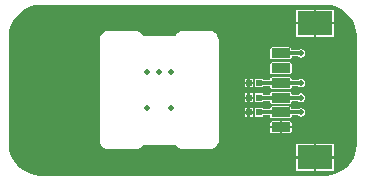
<source format=gbl>
G04*
G04 #@! TF.GenerationSoftware,Altium Limited,Altium Designer,20.0.13 (296)*
G04*
G04 Layer_Physical_Order=4*
G04 Layer_Color=16711680*
%FSLAX25Y25*%
%MOIN*%
G70*
G01*
G75*
%ADD13R,0.01850X0.02047*%
%ADD17C,0.01181*%
%ADD18C,0.19685*%
%ADD19C,0.01968*%
%ADD20R,0.11811X0.08268*%
G04:AMPARAMS|DCode=21|XSize=62.99mil|YSize=31.89mil|CornerRadius=3.19mil|HoleSize=0mil|Usage=FLASHONLY|Rotation=180.000|XOffset=0mil|YOffset=0mil|HoleType=Round|Shape=RoundedRectangle|*
%AMROUNDEDRECTD21*
21,1,0.06299,0.02551,0,0,180.0*
21,1,0.05661,0.03189,0,0,180.0*
1,1,0.00638,-0.02831,0.01276*
1,1,0.00638,0.02831,0.01276*
1,1,0.00638,0.02831,-0.01276*
1,1,0.00638,-0.02831,-0.01276*
%
%ADD21ROUNDEDRECTD21*%
G36*
X108412Y57867D02*
X109781Y57500D01*
X111090Y56958D01*
X112316Y56249D01*
X113440Y55387D01*
X114442Y54385D01*
X115305Y53261D01*
X116013Y52034D01*
X116555Y50726D01*
X116922Y49357D01*
X117107Y47952D01*
Y47244D01*
Y11811D01*
Y11103D01*
X116922Y9698D01*
X116555Y8330D01*
X116013Y7021D01*
X115305Y5794D01*
X114442Y4670D01*
X113440Y3668D01*
X112316Y2806D01*
X111090Y2097D01*
X109781Y1555D01*
X108412Y1188D01*
X107008Y1003D01*
X106299Y1003D01*
X11103D01*
X9698Y1188D01*
X8330Y1555D01*
X7021Y2097D01*
X5794Y2806D01*
X4670Y3668D01*
X3668Y4670D01*
X2806Y5794D01*
X2097Y7021D01*
X1555Y8330D01*
X1188Y9698D01*
X1003Y11103D01*
Y11811D01*
Y47244D01*
Y47952D01*
X1188Y49357D01*
X1555Y50726D01*
X2097Y52034D01*
X2806Y53261D01*
X3668Y54385D01*
X4670Y55387D01*
X5794Y56249D01*
X7021Y56958D01*
X8330Y57500D01*
X9698Y57867D01*
X11103Y58052D01*
X11811Y58052D01*
X107008D01*
X108412Y57867D01*
D02*
G37*
%LPC*%
G36*
X109449Y56340D02*
X103543D01*
Y52206D01*
X109449D01*
Y56340D01*
D02*
G37*
G36*
X102756D02*
X96850D01*
Y52206D01*
X102756D01*
Y56340D01*
D02*
G37*
G36*
X68392Y49233D02*
X68392D01*
D01*
X58860D01*
D01*
X58860D01*
X58476Y49157D01*
X57752Y48857D01*
X57557Y48727D01*
X57426Y48640D01*
X56872Y48085D01*
Y48085D01*
X56872D01*
X56764Y47924D01*
X56655Y47760D01*
Y47760D01*
X56655Y47760D01*
X56618Y47670D01*
X45744D01*
X45707Y47760D01*
X45577Y47955D01*
X45490Y48085D01*
X44936Y48640D01*
X44610Y48857D01*
X43886Y49157D01*
X43502Y49233D01*
X43502D01*
D01*
X33970D01*
D01*
X33970D01*
X33586Y49157D01*
X32862Y48857D01*
X32667Y48727D01*
X32537Y48640D01*
X31982Y48085D01*
Y48085D01*
X31982D01*
X31874Y47924D01*
X31765Y47760D01*
Y47760D01*
X31765Y47760D01*
X31465Y47036D01*
X31389Y46652D01*
Y46260D01*
Y12795D01*
Y12403D01*
X31465Y12019D01*
X31765Y11295D01*
X31873Y11134D01*
X31982Y10970D01*
X32537Y10416D01*
X32537D01*
Y10416D01*
X32698Y10308D01*
X32862Y10198D01*
X32862D01*
X32862Y10198D01*
X33586Y9898D01*
X33970Y9822D01*
X43502D01*
X43886Y9898D01*
X44610Y10198D01*
X44772Y10306D01*
X44936Y10416D01*
X45490Y10970D01*
X45707Y11295D01*
X45745Y11385D01*
X56618D01*
X56655Y11295D01*
X56763Y11134D01*
X56872Y10970D01*
X57426Y10416D01*
X57427D01*
Y10416D01*
X57588Y10308D01*
X57752Y10198D01*
X57752D01*
X57752Y10198D01*
X58476Y9898D01*
X58860Y9822D01*
X68392D01*
X68776Y9898D01*
X69500Y10198D01*
X69662Y10306D01*
X69826Y10416D01*
X70380Y10970D01*
X70597Y11295D01*
X70897Y12019D01*
X70973Y12403D01*
Y12403D01*
D01*
Y12795D01*
Y46260D01*
Y46652D01*
D01*
Y46652D01*
X70897Y47036D01*
X70597Y47760D01*
X70467Y47955D01*
X70380Y48085D01*
X69826Y48640D01*
X69500Y48857D01*
X68776Y49157D01*
X68392Y49233D01*
D02*
G37*
G36*
X109449Y51419D02*
X103543D01*
Y47285D01*
X109449D01*
Y51419D01*
D02*
G37*
G36*
X102756D02*
X96850D01*
Y47285D01*
X102756D01*
Y51419D01*
D02*
G37*
G36*
X94563Y43775D02*
X88902D01*
X88623Y43720D01*
X88388Y43563D01*
X88230Y43327D01*
X88175Y43049D01*
Y40498D01*
X88230Y40220D01*
X88388Y39984D01*
X88623Y39826D01*
X88902Y39771D01*
X94563D01*
X94841Y39826D01*
X95077Y39984D01*
X95234Y40220D01*
X95289Y40498D01*
Y40770D01*
X97447D01*
X97887Y40475D01*
X98425Y40368D01*
X98963Y40475D01*
X99419Y40780D01*
X99723Y41236D01*
X99830Y41773D01*
X99723Y42311D01*
X99419Y42767D01*
X98963Y43071D01*
X98425Y43178D01*
X97887Y43071D01*
X97447Y42777D01*
X95289D01*
Y43049D01*
X95234Y43327D01*
X95077Y43563D01*
X94841Y43720D01*
X94563Y43775D01*
D02*
G37*
G36*
Y38854D02*
X88902D01*
X88623Y38799D01*
X88388Y38641D01*
X88230Y38406D01*
X88175Y38128D01*
Y35576D01*
X88230Y35298D01*
X88388Y35063D01*
X88623Y34905D01*
X88902Y34850D01*
X94563D01*
X94841Y34905D01*
X95077Y35063D01*
X95234Y35298D01*
X95289Y35576D01*
Y38128D01*
X95234Y38406D01*
X95077Y38641D01*
X94841Y38799D01*
X94563Y38854D01*
D02*
G37*
G36*
Y33933D02*
X88902D01*
X88623Y33878D01*
X88388Y33720D01*
X88230Y33484D01*
X88175Y33206D01*
Y32934D01*
X85689D01*
Y33348D01*
X83051D01*
Y30513D01*
X85689D01*
Y30927D01*
X88175D01*
Y30655D01*
X88230Y30377D01*
X88388Y30141D01*
X88623Y29984D01*
X88902Y29929D01*
X94563D01*
X94841Y29984D01*
X95077Y30141D01*
X95234Y30377D01*
X95289Y30655D01*
Y30927D01*
X97447D01*
X97887Y30633D01*
X98425Y30526D01*
X98963Y30633D01*
X99419Y30937D01*
X99723Y31393D01*
X99830Y31931D01*
X99723Y32468D01*
X99419Y32924D01*
X98963Y33229D01*
X98425Y33336D01*
X97887Y33229D01*
X97447Y32934D01*
X95289D01*
Y33206D01*
X95234Y33484D01*
X95077Y33720D01*
X94841Y33878D01*
X94563Y33933D01*
D02*
G37*
G36*
X82303Y33348D02*
X81378D01*
Y32324D01*
X82303D01*
Y33348D01*
D02*
G37*
G36*
X80590D02*
X79665D01*
Y32324D01*
X80590D01*
Y33348D01*
D02*
G37*
G36*
X82303Y31537D02*
X81378D01*
Y30513D01*
X82303D01*
Y31537D01*
D02*
G37*
G36*
X80590D02*
X79665D01*
Y30513D01*
X80590D01*
Y31537D01*
D02*
G37*
G36*
X94563Y29012D02*
X88902D01*
X88623Y28956D01*
X88388Y28799D01*
X88230Y28563D01*
X88175Y28285D01*
Y28013D01*
X85689D01*
Y28427D01*
X83051D01*
Y25592D01*
X85689D01*
Y26006D01*
X88175D01*
Y25734D01*
X88230Y25456D01*
X88388Y25220D01*
X88623Y25063D01*
X88902Y25007D01*
X94563D01*
X94841Y25063D01*
X95077Y25220D01*
X95234Y25456D01*
X95289Y25734D01*
Y26006D01*
X97447D01*
X97887Y25712D01*
X98425Y25605D01*
X98963Y25712D01*
X99419Y26016D01*
X99723Y26472D01*
X99830Y27009D01*
X99723Y27547D01*
X99419Y28003D01*
X98963Y28308D01*
X98425Y28414D01*
X97887Y28308D01*
X97447Y28013D01*
X95289D01*
Y28285D01*
X95234Y28563D01*
X95077Y28799D01*
X94841Y28956D01*
X94563Y29012D01*
D02*
G37*
G36*
X82303Y28427D02*
X81378D01*
Y27403D01*
X82303D01*
Y28427D01*
D02*
G37*
G36*
X80590D02*
X79665D01*
Y27403D01*
X80590D01*
Y28427D01*
D02*
G37*
G36*
X82303Y26616D02*
X81378D01*
Y25592D01*
X82303D01*
Y26616D01*
D02*
G37*
G36*
X80590D02*
X79665D01*
Y25592D01*
X80590D01*
Y26616D01*
D02*
G37*
G36*
X94563Y24090D02*
X88902D01*
X88623Y24035D01*
X88388Y23877D01*
X88230Y23642D01*
X88175Y23364D01*
Y23092D01*
X85689D01*
Y23505D01*
X83051D01*
Y20671D01*
X85689D01*
Y21085D01*
X88175D01*
Y20813D01*
X88230Y20535D01*
X88388Y20299D01*
X88623Y20141D01*
X88902Y20086D01*
X94563D01*
X94841Y20141D01*
X95077Y20299D01*
X95234Y20535D01*
X95289Y20813D01*
Y21085D01*
X97447D01*
X97887Y20790D01*
X98425Y20683D01*
X98963Y20790D01*
X99419Y21095D01*
X99723Y21551D01*
X99830Y22088D01*
X99723Y22626D01*
X99419Y23082D01*
X98963Y23386D01*
X98425Y23493D01*
X97887Y23386D01*
X97447Y23092D01*
X95289D01*
Y23364D01*
X95234Y23642D01*
X95077Y23877D01*
X94841Y24035D01*
X94563Y24090D01*
D02*
G37*
G36*
X82303Y23505D02*
X81378D01*
Y22482D01*
X82303D01*
Y23505D01*
D02*
G37*
G36*
X80590D02*
X79665D01*
Y22482D01*
X80590D01*
Y23505D01*
D02*
G37*
G36*
X82303Y21695D02*
X81378D01*
Y20671D01*
X82303D01*
Y21695D01*
D02*
G37*
G36*
X80590D02*
X79665D01*
Y20671D01*
X80590D01*
Y21695D01*
D02*
G37*
G36*
X94563Y19169D02*
X92126D01*
Y17561D01*
X95289D01*
Y18442D01*
X95234Y18721D01*
X95077Y18956D01*
X94841Y19114D01*
X94563Y19169D01*
D02*
G37*
G36*
X91338D02*
X88902D01*
X88623Y19114D01*
X88388Y18956D01*
X88230Y18721D01*
X88175Y18442D01*
Y17561D01*
X91338D01*
Y19169D01*
D02*
G37*
G36*
X95289Y16773D02*
X92126D01*
Y15165D01*
X94563D01*
X94841Y15220D01*
X95077Y15378D01*
X95234Y15613D01*
X95289Y15891D01*
Y16773D01*
D02*
G37*
G36*
X91338D02*
X88175D01*
Y15891D01*
X88230Y15613D01*
X88388Y15378D01*
X88623Y15220D01*
X88902Y15165D01*
X91338D01*
Y16773D01*
D02*
G37*
G36*
X109449Y11655D02*
X103543D01*
Y7521D01*
X109449D01*
Y11655D01*
D02*
G37*
G36*
X102756D02*
X96850D01*
Y7521D01*
X102756D01*
Y11655D01*
D02*
G37*
G36*
X109449Y6734D02*
X103543D01*
Y2600D01*
X109449D01*
Y6734D01*
D02*
G37*
G36*
X102756D02*
X96850D01*
Y2600D01*
X102756D01*
Y6734D01*
D02*
G37*
%LPD*%
D13*
X84370Y31931D02*
D03*
X80984D02*
D03*
X84370Y22088D02*
D03*
X80984D02*
D03*
X84370Y27009D02*
D03*
X80984D02*
D03*
D17*
X91732Y22088D02*
X98425D01*
X84370D02*
X91732D01*
Y27009D02*
X98425D01*
X84370D02*
X91732D01*
Y31931D02*
X98425D01*
X84370D02*
X91732D01*
Y41773D02*
X98425D01*
D18*
X15748Y29528D02*
D03*
D19*
X14500Y12000D02*
D03*
X33500Y6000D02*
D03*
X39500Y55000D02*
D03*
X107000Y18500D02*
D03*
X106500Y43000D02*
D03*
X84000Y55000D02*
D03*
X74500Y46500D02*
D03*
X80000Y12000D02*
D03*
X55118Y7874D02*
D03*
Y23622D02*
D03*
X47244D02*
D03*
X55118Y35433D02*
D03*
X51181D02*
D03*
X47244D02*
D03*
X98425Y41773D02*
D03*
Y22088D02*
D03*
Y27009D02*
D03*
Y31931D02*
D03*
D20*
X103150Y51813D02*
D03*
Y7128D02*
D03*
D21*
X91732Y36852D02*
D03*
Y41773D02*
D03*
Y31931D02*
D03*
Y22088D02*
D03*
Y27009D02*
D03*
Y17167D02*
D03*
M02*

</source>
